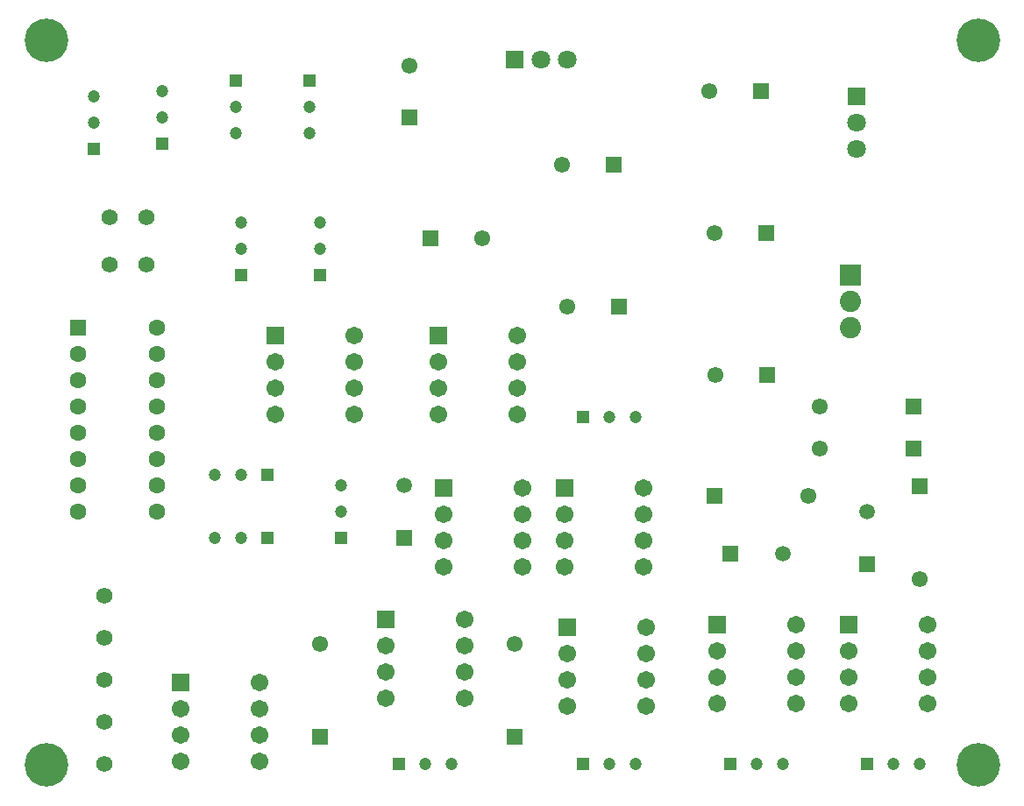
<source format=gbs>
G04*
G04 #@! TF.GenerationSoftware,Altium Limited,Altium Designer,22.8.2 (66)*
G04*
G04 Layer_Color=16711935*
%FSLAX25Y25*%
%MOIN*%
G70*
G04*
G04 #@! TF.SameCoordinates,5F72AED0-B843-43E6-9510-CD6902FEA16C*
G04*
G04*
G04 #@! TF.FilePolarity,Negative*
G04*
G01*
G75*
%ADD15C,0.16548*%
%ADD16R,0.04724X0.04724*%
%ADD17C,0.04724*%
%ADD18R,0.04724X0.04724*%
%ADD19C,0.06706*%
%ADD20R,0.06706X0.06706*%
%ADD21C,0.05918*%
%ADD22R,0.05918X0.05918*%
%ADD23C,0.06181*%
%ADD24R,0.06102X0.06102*%
%ADD25C,0.06102*%
%ADD26R,0.06102X0.06102*%
%ADD27R,0.06312X0.06312*%
%ADD28C,0.06312*%
%ADD29C,0.06115*%
%ADD30R,0.06115X0.06115*%
%ADD31R,0.07099X0.07099*%
%ADD32C,0.07099*%
%ADD33R,0.06115X0.06115*%
%ADD34R,0.08071X0.08071*%
%ADD35C,0.08071*%
%ADD36R,0.07099X0.07099*%
%ADD37R,0.05918X0.05918*%
D15*
X374016Y295276D02*
D03*
Y19685D02*
D03*
X19685Y295276D02*
D03*
Y19685D02*
D03*
D16*
X131705Y106063D02*
D03*
X93685Y206063D02*
D03*
X123685D02*
D03*
X63705Y256063D02*
D03*
X37685Y254063D02*
D03*
X91685Y280063D02*
D03*
X119685D02*
D03*
D17*
X131705Y116063D02*
D03*
Y126063D02*
D03*
X93685Y130063D02*
D03*
X83685D02*
D03*
X93685Y216063D02*
D03*
Y226063D02*
D03*
X123685Y216063D02*
D03*
Y226063D02*
D03*
X63705Y266063D02*
D03*
Y276063D02*
D03*
X37685Y264063D02*
D03*
Y274063D02*
D03*
X91685Y270063D02*
D03*
Y260063D02*
D03*
X119685Y270063D02*
D03*
Y260063D02*
D03*
X233685Y152043D02*
D03*
X243685D02*
D03*
X341685Y20063D02*
D03*
X351685D02*
D03*
X233685D02*
D03*
X243685D02*
D03*
X289685D02*
D03*
X299685D02*
D03*
X163685D02*
D03*
X173685D02*
D03*
X93685Y106063D02*
D03*
X83685D02*
D03*
D18*
X103685Y130063D02*
D03*
X223685Y152043D02*
D03*
X331685Y20063D02*
D03*
X223685D02*
D03*
X279685D02*
D03*
X153685D02*
D03*
X103685Y106063D02*
D03*
D19*
X200685Y95063D02*
D03*
Y105063D02*
D03*
Y115063D02*
D03*
Y125063D02*
D03*
X170685Y95063D02*
D03*
Y105063D02*
D03*
Y115063D02*
D03*
X246685Y95063D02*
D03*
Y105063D02*
D03*
Y115063D02*
D03*
Y125063D02*
D03*
X216685Y95063D02*
D03*
Y105063D02*
D03*
Y115063D02*
D03*
X136685Y153063D02*
D03*
Y163063D02*
D03*
Y173063D02*
D03*
Y183063D02*
D03*
X106685Y153063D02*
D03*
Y163063D02*
D03*
Y173063D02*
D03*
X198685Y153063D02*
D03*
Y163063D02*
D03*
Y173063D02*
D03*
Y183063D02*
D03*
X168685Y153063D02*
D03*
Y163063D02*
D03*
Y173063D02*
D03*
X354685Y43063D02*
D03*
Y53063D02*
D03*
Y63063D02*
D03*
Y73063D02*
D03*
X324685Y43063D02*
D03*
Y53063D02*
D03*
Y63063D02*
D03*
X100685Y21063D02*
D03*
Y31063D02*
D03*
Y41063D02*
D03*
Y51063D02*
D03*
X70685Y21063D02*
D03*
Y31063D02*
D03*
Y41063D02*
D03*
X304685Y43063D02*
D03*
Y53063D02*
D03*
Y63063D02*
D03*
Y73063D02*
D03*
X274685Y43063D02*
D03*
Y53063D02*
D03*
Y63063D02*
D03*
X178685Y45063D02*
D03*
Y55063D02*
D03*
Y65063D02*
D03*
Y75063D02*
D03*
X148685Y45063D02*
D03*
Y55063D02*
D03*
Y65063D02*
D03*
X247685Y42063D02*
D03*
Y52063D02*
D03*
Y62063D02*
D03*
Y72063D02*
D03*
X217685Y42063D02*
D03*
Y52063D02*
D03*
Y62063D02*
D03*
D20*
X170685Y125063D02*
D03*
X216685D02*
D03*
X106685Y183063D02*
D03*
X168685D02*
D03*
X324685Y73063D02*
D03*
X70685Y51063D02*
D03*
X274685Y73063D02*
D03*
X148685Y75063D02*
D03*
X217685Y72063D02*
D03*
D21*
X155685Y126063D02*
D03*
X299685Y100063D02*
D03*
X331685Y116063D02*
D03*
D22*
X155685Y106063D02*
D03*
X331685Y96063D02*
D03*
D23*
X43685Y228063D02*
D03*
X57685Y210063D02*
D03*
Y228063D02*
D03*
X43685Y210063D02*
D03*
X41685Y36063D02*
D03*
Y68063D02*
D03*
Y84063D02*
D03*
Y52063D02*
D03*
Y20063D02*
D03*
D24*
X235528Y248063D02*
D03*
X165842Y220063D02*
D03*
X237528Y194063D02*
D03*
X291528Y276063D02*
D03*
X293528Y222063D02*
D03*
X293685Y168063D02*
D03*
D25*
X215843Y248063D02*
D03*
X185528Y220063D02*
D03*
X157685Y285906D02*
D03*
X217843Y194063D02*
D03*
X271843Y276063D02*
D03*
X273843Y222063D02*
D03*
X274000Y168063D02*
D03*
D26*
X157685Y266220D02*
D03*
D27*
X31685Y186063D02*
D03*
D28*
Y176063D02*
D03*
Y166063D02*
D03*
Y156063D02*
D03*
Y146063D02*
D03*
Y136063D02*
D03*
Y126063D02*
D03*
Y116063D02*
D03*
X61685Y186063D02*
D03*
Y176063D02*
D03*
Y166063D02*
D03*
Y156063D02*
D03*
Y146063D02*
D03*
Y136063D02*
D03*
Y126063D02*
D03*
Y116063D02*
D03*
D29*
X351685Y90346D02*
D03*
X313968Y140063D02*
D03*
X309402Y122063D02*
D03*
X313968Y156063D02*
D03*
X123685Y65780D02*
D03*
X197685D02*
D03*
D30*
X351685Y125779D02*
D03*
X123685Y30346D02*
D03*
X197685D02*
D03*
D31*
X327685Y274063D02*
D03*
D32*
Y264063D02*
D03*
Y254063D02*
D03*
X207685Y288063D02*
D03*
X217685D02*
D03*
D33*
X349402Y140063D02*
D03*
X273969Y122063D02*
D03*
X349402Y156063D02*
D03*
D34*
X325559Y206043D02*
D03*
D35*
Y196063D02*
D03*
Y186083D02*
D03*
D36*
X197685Y288063D02*
D03*
D37*
X279685Y100063D02*
D03*
M02*

</source>
